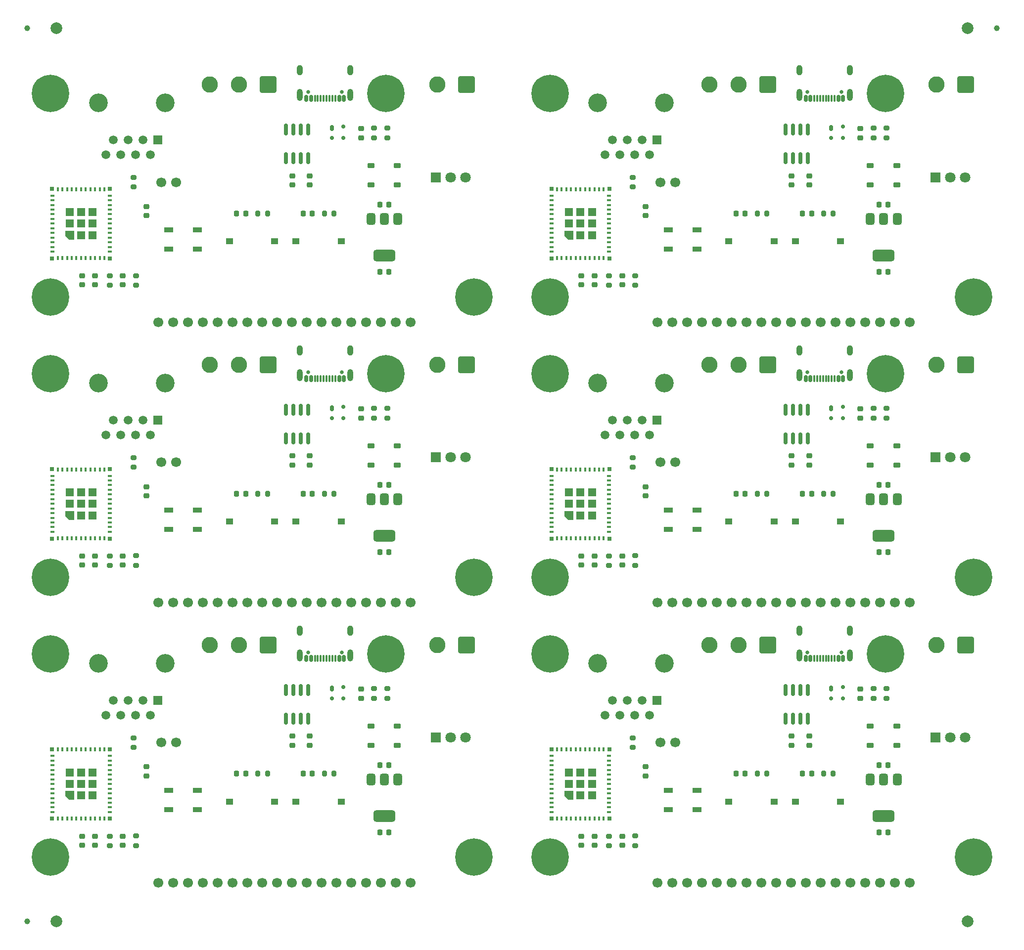
<source format=gbr>
%TF.GenerationSoftware,KiCad,Pcbnew,9.0.4*%
%TF.CreationDate,2025-09-14T05:29:25-04:00*%
%TF.ProjectId,HabitatCAN Dev Board (ESP32) - Panel,48616269-7461-4744-9341-4e2044657620,3*%
%TF.SameCoordinates,Original*%
%TF.FileFunction,Soldermask,Top*%
%TF.FilePolarity,Negative*%
%FSLAX46Y46*%
G04 Gerber Fmt 4.6, Leading zero omitted, Abs format (unit mm)*
G04 Created by KiCad (PCBNEW 9.0.4) date 2025-09-14 05:29:25*
%MOMM*%
%LPD*%
G01*
G04 APERTURE LIST*
G04 Aperture macros list*
%AMRoundRect*
0 Rectangle with rounded corners*
0 $1 Rounding radius*
0 $2 $3 $4 $5 $6 $7 $8 $9 X,Y pos of 4 corners*
0 Add a 4 corners polygon primitive as box body*
4,1,4,$2,$3,$4,$5,$6,$7,$8,$9,$2,$3,0*
0 Add four circle primitives for the rounded corners*
1,1,$1+$1,$2,$3*
1,1,$1+$1,$4,$5*
1,1,$1+$1,$6,$7*
1,1,$1+$1,$8,$9*
0 Add four rect primitives between the rounded corners*
20,1,$1+$1,$2,$3,$4,$5,0*
20,1,$1+$1,$4,$5,$6,$7,0*
20,1,$1+$1,$6,$7,$8,$9,0*
20,1,$1+$1,$8,$9,$2,$3,0*%
%AMFreePoly0*
4,1,6,0.725000,-0.725000,-0.725000,-0.725000,-0.725000,0.125000,-0.125000,0.725000,0.725000,0.725000,0.725000,-0.725000,0.725000,-0.725000,$1*%
G04 Aperture macros list end*
%ADD10RoundRect,0.225000X-0.225000X-0.250000X0.225000X-0.250000X0.225000X0.250000X-0.225000X0.250000X0*%
%ADD11RoundRect,0.090000X-0.660000X-0.360000X0.660000X-0.360000X0.660000X0.360000X-0.660000X0.360000X0*%
%ADD12RoundRect,0.200000X0.275000X-0.200000X0.275000X0.200000X-0.275000X0.200000X-0.275000X-0.200000X0*%
%ADD13RoundRect,0.250001X1.149999X1.149999X-1.149999X1.149999X-1.149999X-1.149999X1.149999X-1.149999X0*%
%ADD14C,2.800000*%
%ADD15RoundRect,0.225000X0.250000X-0.225000X0.250000X0.225000X-0.250000X0.225000X-0.250000X-0.225000X0*%
%ADD16RoundRect,0.175000X-0.175000X-0.325000X0.175000X-0.325000X0.175000X0.325000X-0.175000X0.325000X0*%
%ADD17RoundRect,0.150000X-0.200000X-0.150000X0.200000X-0.150000X0.200000X0.150000X-0.200000X0.150000X0*%
%ADD18C,0.800000*%
%ADD19C,6.400000*%
%ADD20RoundRect,0.375000X-0.375000X0.625000X-0.375000X-0.625000X0.375000X-0.625000X0.375000X0.625000X0*%
%ADD21RoundRect,0.500000X-1.400000X0.500000X-1.400000X-0.500000X1.400000X-0.500000X1.400000X0.500000X0*%
%ADD22RoundRect,0.225000X-0.250000X0.225000X-0.250000X-0.225000X0.250000X-0.225000X0.250000X0.225000X0*%
%ADD23C,1.700000*%
%ADD24C,2.000000*%
%ADD25R,1.250000X1.000000*%
%ADD26RoundRect,0.200000X-0.200000X-0.275000X0.200000X-0.275000X0.200000X0.275000X-0.200000X0.275000X0*%
%ADD27R,0.400000X0.800000*%
%ADD28R,0.800000X0.400000*%
%ADD29FreePoly0,90.000000*%
%ADD30R,1.450000X1.450000*%
%ADD31R,0.700000X0.700000*%
%ADD32C,0.650000*%
%ADD33RoundRect,0.150000X0.150000X0.425000X-0.150000X0.425000X-0.150000X-0.425000X0.150000X-0.425000X0*%
%ADD34RoundRect,0.075000X0.075000X0.500000X-0.075000X0.500000X-0.075000X-0.500000X0.075000X-0.500000X0*%
%ADD35O,1.000000X2.100000*%
%ADD36O,1.000000X1.800000*%
%ADD37C,1.000000*%
%ADD38RoundRect,0.225000X0.375000X-0.225000X0.375000X0.225000X-0.375000X0.225000X-0.375000X-0.225000X0*%
%ADD39R,1.800000X1.800000*%
%ADD40C,1.800000*%
%ADD41RoundRect,0.150000X0.150000X-0.825000X0.150000X0.825000X-0.150000X0.825000X-0.150000X-0.825000X0*%
%ADD42C,3.200000*%
%ADD43R,1.500000X1.500000*%
%ADD44C,1.500000*%
G04 APERTURE END LIST*
D10*
%TO.C,C1*%
X178025001Y-102192560D03*
X179575001Y-102192560D03*
%TD*%
D11*
%TO.C,LED1*%
X80977743Y-153018814D03*
X80977743Y-156318814D03*
X85877743Y-156318814D03*
X85877743Y-153018814D03*
%TD*%
D12*
%TO.C,R5*%
X75350243Y-114502560D03*
X75350243Y-112852560D03*
%TD*%
D13*
%TO.C,J2*%
X183455001Y-80102560D03*
D14*
X178455001Y-80102560D03*
X173455001Y-80102560D03*
%TD*%
D15*
%TO.C,C11*%
X190555001Y-49302556D03*
X190555001Y-47752556D03*
%TD*%
D13*
%TO.C,J2*%
X98000243Y-128102564D03*
D14*
X93000243Y-128102564D03*
X88000243Y-128102564D03*
%TD*%
D16*
%TO.C,D1*%
X194304988Y-39552556D03*
D17*
X194304988Y-41252556D03*
X196304988Y-41252556D03*
X196304988Y-39352556D03*
%TD*%
D15*
%TO.C,C7*%
X199304988Y-41252556D03*
X199304988Y-39702556D03*
%TD*%
D18*
%TO.C,H2*%
X58345243Y-164500508D03*
X59048187Y-162803452D03*
X59048187Y-166197564D03*
X60745243Y-162100508D03*
D19*
X60745243Y-164500508D03*
D18*
X60745243Y-166900508D03*
X62442299Y-162803452D03*
X62442299Y-166197564D03*
X63145243Y-164500508D03*
%TD*%
D20*
%TO.C,U2*%
X205628220Y-103142560D03*
X203328220Y-103142560D03*
D21*
X203328220Y-109442560D03*
D20*
X201028220Y-103142560D03*
%TD*%
D22*
%TO.C,C5*%
X151555001Y-64892556D03*
X151555001Y-66442556D03*
%TD*%
D18*
%TO.C,H3*%
X216254759Y-68500500D03*
X216957703Y-66803444D03*
X216957703Y-70197556D03*
X218654759Y-66100500D03*
D19*
X218654759Y-68500500D03*
D18*
X218654759Y-70900500D03*
X220351815Y-66803444D03*
X220351815Y-70197556D03*
X221054759Y-68500500D03*
%TD*%
D22*
%TO.C,C5*%
X66100243Y-112892560D03*
X66100243Y-114442560D03*
%TD*%
D18*
%TO.C,H4*%
X201205001Y-33649612D03*
X201907945Y-31952556D03*
X201907945Y-35346668D03*
X203605001Y-31249612D03*
D19*
X203605001Y-33649612D03*
D18*
X203605001Y-36049612D03*
X205302057Y-31952556D03*
X205302057Y-35346668D03*
X206005001Y-33649612D03*
%TD*%
D10*
%TO.C,C1*%
X92570243Y-54192556D03*
X94120243Y-54192556D03*
%TD*%
%TO.C,C2*%
X189427501Y-102192560D03*
X190977501Y-102192560D03*
%TD*%
D23*
%TO.C,JP1*%
X167665445Y-48847556D03*
X165125445Y-48847556D03*
%TD*%
D24*
%TO.C,KiKit_TO_2*%
X217654758Y-22500000D03*
%TD*%
D25*
%TO.C,SW2*%
X102725243Y-106942560D03*
X110475243Y-106942560D03*
%TD*%
D12*
%TO.C,R4*%
X70850243Y-66542556D03*
X70850243Y-64892556D03*
%TD*%
D15*
%TO.C,C11*%
X105100243Y-145302564D03*
X105100243Y-143752564D03*
%TD*%
D18*
%TO.C,H3*%
X216254759Y-164500508D03*
X216957703Y-162803452D03*
X216957703Y-166197564D03*
X218654759Y-162100508D03*
D19*
X218654759Y-164500508D03*
D18*
X218654759Y-166900508D03*
X220351815Y-162803452D03*
X220351815Y-166197564D03*
X221054759Y-164500508D03*
%TD*%
%TO.C,H3*%
X130800001Y-68500500D03*
X131502945Y-66803444D03*
X131502945Y-70197556D03*
X133200001Y-66100500D03*
D19*
X133200001Y-68500500D03*
D18*
X133200001Y-70900500D03*
X134897057Y-66803444D03*
X134897057Y-70197556D03*
X135600001Y-68500500D03*
%TD*%
D26*
%TO.C,R1*%
X181675001Y-102192560D03*
X183325001Y-102192560D03*
%TD*%
D10*
%TO.C,C9*%
X202528220Y-160192564D03*
X204078220Y-160192564D03*
%TD*%
%TO.C,C9*%
X117073462Y-112192560D03*
X118623462Y-112192560D03*
%TD*%
D12*
%TO.C,R2*%
X74903187Y-97672560D03*
X74903187Y-96022560D03*
%TD*%
D27*
%TO.C,U1*%
X61950243Y-61842556D03*
X62750243Y-61842556D03*
X63550243Y-61842556D03*
X64350243Y-61842556D03*
X65150243Y-61842556D03*
X65950243Y-61842556D03*
X66750243Y-61842556D03*
X67550243Y-61842556D03*
X68350243Y-61842556D03*
X69150243Y-61842556D03*
X69950243Y-61842556D03*
D28*
X70850243Y-60742556D03*
X70850243Y-59942556D03*
X70850243Y-59142556D03*
X70850243Y-58342556D03*
X70850243Y-57542556D03*
X70850243Y-56742556D03*
X70850243Y-55942556D03*
X70850243Y-55142556D03*
X70850243Y-54342556D03*
X70850243Y-53542556D03*
X70850243Y-52742556D03*
X70850243Y-51942556D03*
X70850243Y-51142556D03*
D27*
X69950243Y-50042556D03*
X69150243Y-50042556D03*
X68350243Y-50042556D03*
X67550243Y-50042556D03*
X66750243Y-50042556D03*
X65950243Y-50042556D03*
X65150243Y-50042556D03*
X64350243Y-50042556D03*
X63550243Y-50042556D03*
X62750243Y-50042556D03*
X61950243Y-50042556D03*
D28*
X61050243Y-51142556D03*
X61050243Y-51942556D03*
X61050243Y-52742556D03*
X61050243Y-53542556D03*
X61050243Y-54342556D03*
X61050243Y-55142556D03*
X61050243Y-55942556D03*
X61050243Y-56742556D03*
X61050243Y-57542556D03*
X61050243Y-58342556D03*
X61050243Y-59142556D03*
X61050243Y-59942556D03*
X61050243Y-60742556D03*
D29*
X63975243Y-57917556D03*
D30*
X65950243Y-57917556D03*
X67925243Y-57917556D03*
X63975243Y-55942556D03*
X65950243Y-55942556D03*
X67925243Y-55942556D03*
X63975243Y-53967556D03*
X65950243Y-53967556D03*
X67925243Y-53967556D03*
D31*
X61000243Y-49992556D03*
X70900243Y-49992556D03*
X70900243Y-61892556D03*
X61000243Y-61892556D03*
%TD*%
D32*
%TO.C,J5*%
X196063221Y-33385658D03*
X190283221Y-33385658D03*
D33*
X196373221Y-34460658D03*
X195573221Y-34460658D03*
D34*
X194423221Y-34460658D03*
X193423221Y-34460658D03*
X192923221Y-34460658D03*
X191923221Y-34460658D03*
D33*
X190773221Y-34460658D03*
X189973221Y-34460658D03*
X189973221Y-34460658D03*
X190773221Y-34460658D03*
D34*
X191423221Y-34460658D03*
X192423221Y-34460658D03*
X193923221Y-34460658D03*
X194923221Y-34460658D03*
D33*
X195573221Y-34460658D03*
X196373221Y-34460658D03*
D35*
X197493221Y-33885658D03*
D36*
X197493221Y-29705658D03*
D35*
X188853221Y-33885658D03*
D36*
X188853221Y-29705658D03*
%TD*%
D11*
%TO.C,LED1*%
X166432501Y-153018814D03*
X166432501Y-156318814D03*
X171332501Y-156318814D03*
X171332501Y-153018814D03*
%TD*%
D18*
%TO.C,H3*%
X130800001Y-116500504D03*
X131502945Y-114803448D03*
X131502945Y-118197560D03*
X133200001Y-114100504D03*
D19*
X133200001Y-116500504D03*
D18*
X133200001Y-118900504D03*
X134897057Y-114803448D03*
X134897057Y-118197560D03*
X135600001Y-116500504D03*
%TD*%
D12*
%TO.C,R4*%
X70850243Y-162542564D03*
X70850243Y-160892564D03*
%TD*%
D22*
%TO.C,C6*%
X68350243Y-160892564D03*
X68350243Y-162442564D03*
%TD*%
D26*
%TO.C,R1*%
X181675001Y-150192564D03*
X183325001Y-150192564D03*
%TD*%
D37*
%TO.C,KiKit_FID_T_3*%
X56745243Y-175501511D03*
%TD*%
D38*
%TO.C,D2*%
X115561471Y-49314702D03*
X115561471Y-46014702D03*
%TD*%
D39*
%TO.C,U4*%
X212147248Y-48002556D03*
D40*
X214687248Y-48002556D03*
X217227248Y-48002556D03*
%TD*%
D41*
%TO.C,U3*%
X101040243Y-44752556D03*
X102310243Y-44752556D03*
X103580243Y-44752556D03*
X104850243Y-44752556D03*
X104850243Y-39802556D03*
X103580243Y-39802556D03*
X102310243Y-39802556D03*
X101040243Y-39802556D03*
%TD*%
D12*
%TO.C,R4*%
X156305001Y-66542556D03*
X156305001Y-64892556D03*
%TD*%
D25*
%TO.C,SW2*%
X188180001Y-106942560D03*
X195930001Y-106942560D03*
%TD*%
D26*
%TO.C,R3*%
X193027501Y-102192560D03*
X194677501Y-102192560D03*
%TD*%
%TO.C,R3*%
X107572743Y-102192560D03*
X109222743Y-102192560D03*
%TD*%
D22*
%TO.C,C6*%
X68350243Y-112892560D03*
X68350243Y-114442560D03*
%TD*%
D27*
%TO.C,U1*%
X147405001Y-61842556D03*
X148205001Y-61842556D03*
X149005001Y-61842556D03*
X149805001Y-61842556D03*
X150605001Y-61842556D03*
X151405001Y-61842556D03*
X152205001Y-61842556D03*
X153005001Y-61842556D03*
X153805001Y-61842556D03*
X154605001Y-61842556D03*
X155405001Y-61842556D03*
D28*
X156305001Y-60742556D03*
X156305001Y-59942556D03*
X156305001Y-59142556D03*
X156305001Y-58342556D03*
X156305001Y-57542556D03*
X156305001Y-56742556D03*
X156305001Y-55942556D03*
X156305001Y-55142556D03*
X156305001Y-54342556D03*
X156305001Y-53542556D03*
X156305001Y-52742556D03*
X156305001Y-51942556D03*
X156305001Y-51142556D03*
D27*
X155405001Y-50042556D03*
X154605001Y-50042556D03*
X153805001Y-50042556D03*
X153005001Y-50042556D03*
X152205001Y-50042556D03*
X151405001Y-50042556D03*
X150605001Y-50042556D03*
X149805001Y-50042556D03*
X149005001Y-50042556D03*
X148205001Y-50042556D03*
X147405001Y-50042556D03*
D28*
X146505001Y-51142556D03*
X146505001Y-51942556D03*
X146505001Y-52742556D03*
X146505001Y-53542556D03*
X146505001Y-54342556D03*
X146505001Y-55142556D03*
X146505001Y-55942556D03*
X146505001Y-56742556D03*
X146505001Y-57542556D03*
X146505001Y-58342556D03*
X146505001Y-59142556D03*
X146505001Y-59942556D03*
X146505001Y-60742556D03*
D29*
X149430001Y-57917556D03*
D30*
X151405001Y-57917556D03*
X153380001Y-57917556D03*
X149430001Y-55942556D03*
X151405001Y-55942556D03*
X153380001Y-55942556D03*
X149430001Y-53967556D03*
X151405001Y-53967556D03*
X153380001Y-53967556D03*
D31*
X146455001Y-49992556D03*
X156355001Y-49992556D03*
X156355001Y-61892556D03*
X146455001Y-61892556D03*
%TD*%
D23*
%TO.C,JP1*%
X167665445Y-144847564D03*
X165125445Y-144847564D03*
%TD*%
D20*
%TO.C,U2*%
X205628220Y-55142556D03*
X203328220Y-55142556D03*
D21*
X203328220Y-61442556D03*
D20*
X201028220Y-55142556D03*
%TD*%
D10*
%TO.C,C1*%
X178025001Y-54192556D03*
X179575001Y-54192556D03*
%TD*%
%TO.C,C8*%
X202528220Y-100692560D03*
X204078220Y-100692560D03*
%TD*%
D22*
%TO.C,C3*%
X162555001Y-53002556D03*
X162555001Y-54552556D03*
%TD*%
D41*
%TO.C,U3*%
X101040243Y-92752560D03*
X102310243Y-92752560D03*
X103580243Y-92752560D03*
X104850243Y-92752560D03*
X104850243Y-87802560D03*
X103580243Y-87802560D03*
X102310243Y-87802560D03*
X101040243Y-87802560D03*
%TD*%
D39*
%TO.C,U4*%
X126692490Y-96002560D03*
D40*
X129232490Y-96002560D03*
X131772490Y-96002560D03*
%TD*%
D18*
%TO.C,H1*%
X143800001Y-33650500D03*
X144502945Y-31953444D03*
X144502945Y-35347556D03*
X146200001Y-31250500D03*
D19*
X146200001Y-33650500D03*
D18*
X146200001Y-36050500D03*
X147897057Y-31953444D03*
X147897057Y-35347556D03*
X148600001Y-33650500D03*
%TD*%
D42*
%TO.C,J3*%
X165817945Y-131270976D03*
X154387945Y-131270976D03*
D43*
X164547945Y-137620976D03*
D44*
X163277945Y-140160976D03*
X162007945Y-137620976D03*
X160737945Y-140160976D03*
X159467945Y-137620976D03*
X158197945Y-140160976D03*
X156927945Y-137620976D03*
X155657945Y-140160976D03*
%TD*%
D26*
%TO.C,R1*%
X96220243Y-102192560D03*
X97870243Y-102192560D03*
%TD*%
D25*
%TO.C,SW1*%
X91347743Y-106942560D03*
X99097743Y-106942560D03*
%TD*%
D23*
%TO.C,J1*%
X164615001Y-168847564D03*
X167155001Y-168847564D03*
X169695001Y-168847564D03*
X172235001Y-168847564D03*
X174775001Y-168847564D03*
X177315001Y-168847564D03*
X179855001Y-168847564D03*
X182395001Y-168847564D03*
X184935001Y-168847564D03*
X187475001Y-168847564D03*
X190015001Y-168847564D03*
X192555001Y-168847564D03*
X195095001Y-168847564D03*
X197635001Y-168847564D03*
X200175001Y-168847564D03*
X202715001Y-168847564D03*
X205255001Y-168847564D03*
X207795001Y-168847564D03*
%TD*%
D27*
%TO.C,U1*%
X147405001Y-109842560D03*
X148205001Y-109842560D03*
X149005001Y-109842560D03*
X149805001Y-109842560D03*
X150605001Y-109842560D03*
X151405001Y-109842560D03*
X152205001Y-109842560D03*
X153005001Y-109842560D03*
X153805001Y-109842560D03*
X154605001Y-109842560D03*
X155405001Y-109842560D03*
D28*
X156305001Y-108742560D03*
X156305001Y-107942560D03*
X156305001Y-107142560D03*
X156305001Y-106342560D03*
X156305001Y-105542560D03*
X156305001Y-104742560D03*
X156305001Y-103942560D03*
X156305001Y-103142560D03*
X156305001Y-102342560D03*
X156305001Y-101542560D03*
X156305001Y-100742560D03*
X156305001Y-99942560D03*
X156305001Y-99142560D03*
D27*
X155405001Y-98042560D03*
X154605001Y-98042560D03*
X153805001Y-98042560D03*
X153005001Y-98042560D03*
X152205001Y-98042560D03*
X151405001Y-98042560D03*
X150605001Y-98042560D03*
X149805001Y-98042560D03*
X149005001Y-98042560D03*
X148205001Y-98042560D03*
X147405001Y-98042560D03*
D28*
X146505001Y-99142560D03*
X146505001Y-99942560D03*
X146505001Y-100742560D03*
X146505001Y-101542560D03*
X146505001Y-102342560D03*
X146505001Y-103142560D03*
X146505001Y-103942560D03*
X146505001Y-104742560D03*
X146505001Y-105542560D03*
X146505001Y-106342560D03*
X146505001Y-107142560D03*
X146505001Y-107942560D03*
X146505001Y-108742560D03*
D29*
X149430001Y-105917560D03*
D30*
X151405001Y-105917560D03*
X153380001Y-105917560D03*
X149430001Y-103942560D03*
X151405001Y-103942560D03*
X153380001Y-103942560D03*
X149430001Y-101967560D03*
X151405001Y-101967560D03*
X153380001Y-101967560D03*
D31*
X146455001Y-97992560D03*
X156355001Y-97992560D03*
X156355001Y-109892560D03*
X146455001Y-109892560D03*
%TD*%
D13*
%TO.C,J4*%
X131900243Y-128102564D03*
D14*
X126900243Y-128102564D03*
%TD*%
D12*
%TO.C,R7*%
X203805001Y-137252564D03*
X203805001Y-135602564D03*
%TD*%
D39*
%TO.C,U4*%
X126692490Y-48002556D03*
D40*
X129232490Y-48002556D03*
X131772490Y-48002556D03*
%TD*%
D23*
%TO.C,J1*%
X79160243Y-120847560D03*
X81700243Y-120847560D03*
X84240243Y-120847560D03*
X86780243Y-120847560D03*
X89320243Y-120847560D03*
X91860243Y-120847560D03*
X94400243Y-120847560D03*
X96940243Y-120847560D03*
X99480243Y-120847560D03*
X102020243Y-120847560D03*
X104560243Y-120847560D03*
X107100243Y-120847560D03*
X109640243Y-120847560D03*
X112180243Y-120847560D03*
X114720243Y-120847560D03*
X117260243Y-120847560D03*
X119800243Y-120847560D03*
X122340243Y-120847560D03*
%TD*%
D12*
%TO.C,R4*%
X70850243Y-114542560D03*
X70850243Y-112892560D03*
%TD*%
D16*
%TO.C,D1*%
X108850230Y-87552560D03*
D17*
X108850230Y-89252560D03*
X110850230Y-89252560D03*
X110850230Y-87352560D03*
%TD*%
D15*
%TO.C,C10*%
X187555001Y-97302560D03*
X187555001Y-95752560D03*
%TD*%
D25*
%TO.C,SW2*%
X188180001Y-58942556D03*
X195930001Y-58942556D03*
%TD*%
D10*
%TO.C,C1*%
X92570243Y-102192560D03*
X94120243Y-102192560D03*
%TD*%
D15*
%TO.C,C11*%
X105100243Y-49302556D03*
X105100243Y-47752556D03*
%TD*%
D18*
%TO.C,H2*%
X143800001Y-68500500D03*
X144502945Y-66803444D03*
X144502945Y-70197556D03*
X146200001Y-66100500D03*
D19*
X146200001Y-68500500D03*
D18*
X146200001Y-70900500D03*
X147897057Y-66803444D03*
X147897057Y-70197556D03*
X148600001Y-68500500D03*
%TD*%
D25*
%TO.C,SW1*%
X91347743Y-154942564D03*
X99097743Y-154942564D03*
%TD*%
D32*
%TO.C,J5*%
X110608463Y-33385658D03*
X104828463Y-33385658D03*
D33*
X110918463Y-34460658D03*
X110118463Y-34460658D03*
D34*
X108968463Y-34460658D03*
X107968463Y-34460658D03*
X107468463Y-34460658D03*
X106468463Y-34460658D03*
D33*
X105318463Y-34460658D03*
X104518463Y-34460658D03*
X104518463Y-34460658D03*
X105318463Y-34460658D03*
D34*
X105968463Y-34460658D03*
X106968463Y-34460658D03*
X108468463Y-34460658D03*
X109468463Y-34460658D03*
D33*
X110118463Y-34460658D03*
X110918463Y-34460658D03*
D35*
X112038463Y-33885658D03*
D36*
X112038463Y-29705658D03*
D35*
X103398463Y-33885658D03*
D36*
X103398463Y-29705658D03*
%TD*%
D38*
%TO.C,D2*%
X115561471Y-145314710D03*
X115561471Y-142014710D03*
%TD*%
D24*
%TO.C,KiKit_TO_4*%
X217654758Y-175501511D03*
%TD*%
D23*
%TO.C,J1*%
X164615001Y-120847560D03*
X167155001Y-120847560D03*
X169695001Y-120847560D03*
X172235001Y-120847560D03*
X174775001Y-120847560D03*
X177315001Y-120847560D03*
X179855001Y-120847560D03*
X182395001Y-120847560D03*
X184935001Y-120847560D03*
X187475001Y-120847560D03*
X190015001Y-120847560D03*
X192555001Y-120847560D03*
X195095001Y-120847560D03*
X197635001Y-120847560D03*
X200175001Y-120847560D03*
X202715001Y-120847560D03*
X205255001Y-120847560D03*
X207795001Y-120847560D03*
%TD*%
D12*
%TO.C,R2*%
X74903187Y-49672556D03*
X74903187Y-48022556D03*
%TD*%
D16*
%TO.C,D1*%
X194304988Y-87552560D03*
D17*
X194304988Y-89252560D03*
X196304988Y-89252560D03*
X196304988Y-87352560D03*
%TD*%
D38*
%TO.C,D2*%
X201016229Y-145314710D03*
X201016229Y-142014710D03*
%TD*%
D12*
%TO.C,R6*%
X201555001Y-41252556D03*
X201555001Y-39602556D03*
%TD*%
D22*
%TO.C,C6*%
X153805001Y-160892564D03*
X153805001Y-162442564D03*
%TD*%
D42*
%TO.C,J3*%
X80363187Y-35270968D03*
X68933187Y-35270968D03*
D43*
X79093187Y-41620968D03*
D44*
X77823187Y-44160968D03*
X76553187Y-41620968D03*
X75283187Y-44160968D03*
X74013187Y-41620968D03*
X72743187Y-44160968D03*
X71473187Y-41620968D03*
X70203187Y-44160968D03*
%TD*%
D18*
%TO.C,H1*%
X58345243Y-81650504D03*
X59048187Y-79953448D03*
X59048187Y-83347560D03*
X60745243Y-79250504D03*
D19*
X60745243Y-81650504D03*
D18*
X60745243Y-84050504D03*
X62442299Y-79953448D03*
X62442299Y-83347560D03*
X63145243Y-81650504D03*
%TD*%
D12*
%TO.C,R6*%
X116100243Y-89252560D03*
X116100243Y-87602560D03*
%TD*%
D22*
%TO.C,C3*%
X162555001Y-101002560D03*
X162555001Y-102552560D03*
%TD*%
D38*
%TO.C,D3*%
X205555001Y-97314706D03*
X205555001Y-94014706D03*
%TD*%
D10*
%TO.C,C2*%
X103972743Y-150192564D03*
X105522743Y-150192564D03*
%TD*%
D38*
%TO.C,D3*%
X205555001Y-49314702D03*
X205555001Y-46014702D03*
%TD*%
D15*
%TO.C,C10*%
X102100243Y-97302560D03*
X102100243Y-95752560D03*
%TD*%
%TO.C,C4*%
X158555001Y-114442560D03*
X158555001Y-112892560D03*
%TD*%
D12*
%TO.C,R5*%
X160805001Y-114502560D03*
X160805001Y-112852560D03*
%TD*%
D39*
%TO.C,U4*%
X212147248Y-96002560D03*
D40*
X214687248Y-96002560D03*
X217227248Y-96002560D03*
%TD*%
D26*
%TO.C,R1*%
X181675001Y-54192556D03*
X183325001Y-54192556D03*
%TD*%
D18*
%TO.C,H1*%
X58345243Y-33650500D03*
X59048187Y-31953444D03*
X59048187Y-35347556D03*
X60745243Y-31250500D03*
D19*
X60745243Y-33650500D03*
D18*
X60745243Y-36050500D03*
X62442299Y-31953444D03*
X62442299Y-35347556D03*
X63145243Y-33650500D03*
%TD*%
D11*
%TO.C,LED1*%
X166432501Y-105018810D03*
X166432501Y-108318810D03*
X171332501Y-108318810D03*
X171332501Y-105018810D03*
%TD*%
D26*
%TO.C,R1*%
X96220243Y-54192556D03*
X97870243Y-54192556D03*
%TD*%
D13*
%TO.C,J4*%
X131900243Y-32102556D03*
D14*
X126900243Y-32102556D03*
%TD*%
D10*
%TO.C,C8*%
X117073462Y-52692556D03*
X118623462Y-52692556D03*
%TD*%
D12*
%TO.C,R7*%
X118350243Y-137252564D03*
X118350243Y-135602564D03*
%TD*%
D38*
%TO.C,D3*%
X120100243Y-97314706D03*
X120100243Y-94014706D03*
%TD*%
D12*
%TO.C,R2*%
X160357945Y-145672564D03*
X160357945Y-144022564D03*
%TD*%
%TO.C,R2*%
X160357945Y-49672556D03*
X160357945Y-48022556D03*
%TD*%
D41*
%TO.C,U3*%
X186495001Y-140752564D03*
X187765001Y-140752564D03*
X189035001Y-140752564D03*
X190305001Y-140752564D03*
X190305001Y-135802564D03*
X189035001Y-135802564D03*
X187765001Y-135802564D03*
X186495001Y-135802564D03*
%TD*%
D24*
%TO.C,KiKit_TO_1*%
X61745243Y-22500000D03*
%TD*%
D12*
%TO.C,R7*%
X118350243Y-89252560D03*
X118350243Y-87602560D03*
%TD*%
D20*
%TO.C,U2*%
X205628220Y-151142564D03*
X203328220Y-151142564D03*
D21*
X203328220Y-157442564D03*
D20*
X201028220Y-151142564D03*
%TD*%
D12*
%TO.C,R6*%
X201555001Y-89252560D03*
X201555001Y-87602560D03*
%TD*%
D10*
%TO.C,C2*%
X103972743Y-54192556D03*
X105522743Y-54192556D03*
%TD*%
%TO.C,C2*%
X189427501Y-150192564D03*
X190977501Y-150192564D03*
%TD*%
D13*
%TO.C,J2*%
X183455001Y-32102556D03*
D14*
X178455001Y-32102556D03*
X173455001Y-32102556D03*
%TD*%
D10*
%TO.C,C8*%
X117073462Y-148692564D03*
X118623462Y-148692564D03*
%TD*%
D41*
%TO.C,U3*%
X186495001Y-92752560D03*
X187765001Y-92752560D03*
X189035001Y-92752560D03*
X190305001Y-92752560D03*
X190305001Y-87802560D03*
X189035001Y-87802560D03*
X187765001Y-87802560D03*
X186495001Y-87802560D03*
%TD*%
D25*
%TO.C,SW2*%
X102725243Y-58942556D03*
X110475243Y-58942556D03*
%TD*%
D38*
%TO.C,D3*%
X205555001Y-145314710D03*
X205555001Y-142014710D03*
%TD*%
D13*
%TO.C,J4*%
X217355001Y-80102560D03*
D14*
X212355001Y-80102560D03*
%TD*%
D18*
%TO.C,H2*%
X143800001Y-164500508D03*
X144502945Y-162803452D03*
X144502945Y-166197564D03*
X146200001Y-162100508D03*
D19*
X146200001Y-164500508D03*
D18*
X146200001Y-166900508D03*
X147897057Y-162803452D03*
X147897057Y-166197564D03*
X148600001Y-164500508D03*
%TD*%
D13*
%TO.C,J4*%
X217355001Y-32102556D03*
D14*
X212355001Y-32102556D03*
%TD*%
D25*
%TO.C,SW2*%
X102725243Y-154942564D03*
X110475243Y-154942564D03*
%TD*%
D15*
%TO.C,C10*%
X187555001Y-145302564D03*
X187555001Y-143752564D03*
%TD*%
D20*
%TO.C,U2*%
X120173462Y-103142560D03*
X117873462Y-103142560D03*
D21*
X117873462Y-109442560D03*
D20*
X115573462Y-103142560D03*
%TD*%
D11*
%TO.C,LED1*%
X80977743Y-57018806D03*
X80977743Y-60318806D03*
X85877743Y-60318806D03*
X85877743Y-57018806D03*
%TD*%
D22*
%TO.C,C6*%
X153805001Y-64892556D03*
X153805001Y-66442556D03*
%TD*%
D15*
%TO.C,C7*%
X113850230Y-137252564D03*
X113850230Y-135702564D03*
%TD*%
D20*
%TO.C,U2*%
X120173462Y-151142564D03*
X117873462Y-151142564D03*
D21*
X117873462Y-157442564D03*
D20*
X115573462Y-151142564D03*
%TD*%
D22*
%TO.C,C5*%
X151555001Y-112892560D03*
X151555001Y-114442560D03*
%TD*%
D15*
%TO.C,C10*%
X102100243Y-145302564D03*
X102100243Y-143752564D03*
%TD*%
D22*
%TO.C,C6*%
X153805001Y-112892560D03*
X153805001Y-114442560D03*
%TD*%
%TO.C,C3*%
X162555001Y-149002564D03*
X162555001Y-150552564D03*
%TD*%
D39*
%TO.C,U4*%
X126692490Y-144002564D03*
D40*
X129232490Y-144002564D03*
X131772490Y-144002564D03*
%TD*%
D15*
%TO.C,C4*%
X73100243Y-162442564D03*
X73100243Y-160892564D03*
%TD*%
D12*
%TO.C,R6*%
X201555001Y-137252564D03*
X201555001Y-135602564D03*
%TD*%
D23*
%TO.C,JP1*%
X167665445Y-96847560D03*
X165125445Y-96847560D03*
%TD*%
D10*
%TO.C,C9*%
X117073462Y-64192556D03*
X118623462Y-64192556D03*
%TD*%
D11*
%TO.C,LED1*%
X166432501Y-57018806D03*
X166432501Y-60318806D03*
X171332501Y-60318806D03*
X171332501Y-57018806D03*
%TD*%
D12*
%TO.C,R2*%
X74903187Y-145672564D03*
X74903187Y-144022564D03*
%TD*%
D13*
%TO.C,J4*%
X217355001Y-128102564D03*
D14*
X212355001Y-128102564D03*
%TD*%
D16*
%TO.C,D1*%
X194304988Y-135552564D03*
D17*
X194304988Y-137252564D03*
X196304988Y-137252564D03*
X196304988Y-135352564D03*
%TD*%
D18*
%TO.C,H4*%
X115750243Y-33649612D03*
X116453187Y-31952556D03*
X116453187Y-35346668D03*
X118150243Y-31249612D03*
D19*
X118150243Y-33649612D03*
D18*
X118150243Y-36049612D03*
X119847299Y-31952556D03*
X119847299Y-35346668D03*
X120550243Y-33649612D03*
%TD*%
D41*
%TO.C,U3*%
X101040243Y-140752564D03*
X102310243Y-140752564D03*
X103580243Y-140752564D03*
X104850243Y-140752564D03*
X104850243Y-135802564D03*
X103580243Y-135802564D03*
X102310243Y-135802564D03*
X101040243Y-135802564D03*
%TD*%
D18*
%TO.C,H2*%
X143800001Y-116500504D03*
X144502945Y-114803448D03*
X144502945Y-118197560D03*
X146200001Y-114100504D03*
D19*
X146200001Y-116500504D03*
D18*
X146200001Y-118900504D03*
X147897057Y-114803448D03*
X147897057Y-118197560D03*
X148600001Y-116500504D03*
%TD*%
D22*
%TO.C,C3*%
X77100243Y-101002560D03*
X77100243Y-102552560D03*
%TD*%
D12*
%TO.C,R6*%
X116100243Y-137252564D03*
X116100243Y-135602564D03*
%TD*%
D15*
%TO.C,C4*%
X158555001Y-162442564D03*
X158555001Y-160892564D03*
%TD*%
D38*
%TO.C,D3*%
X120100243Y-49314702D03*
X120100243Y-46014702D03*
%TD*%
D32*
%TO.C,J5*%
X196063221Y-129385666D03*
X190283221Y-129385666D03*
D33*
X196373221Y-130460666D03*
X195573221Y-130460666D03*
D34*
X194423221Y-130460666D03*
X193423221Y-130460666D03*
X192923221Y-130460666D03*
X191923221Y-130460666D03*
D33*
X190773221Y-130460666D03*
X189973221Y-130460666D03*
X189973221Y-130460666D03*
X190773221Y-130460666D03*
D34*
X191423221Y-130460666D03*
X192423221Y-130460666D03*
X193923221Y-130460666D03*
X194923221Y-130460666D03*
D33*
X195573221Y-130460666D03*
X196373221Y-130460666D03*
D35*
X197493221Y-129885666D03*
D36*
X197493221Y-125705666D03*
D35*
X188853221Y-129885666D03*
D36*
X188853221Y-125705666D03*
%TD*%
D18*
%TO.C,H4*%
X201205001Y-81649616D03*
X201907945Y-79952560D03*
X201907945Y-83346672D03*
X203605001Y-79249616D03*
D19*
X203605001Y-81649616D03*
D18*
X203605001Y-84049616D03*
X205302057Y-79952560D03*
X205302057Y-83346672D03*
X206005001Y-81649616D03*
%TD*%
D39*
%TO.C,U4*%
X212147248Y-144002564D03*
D40*
X214687248Y-144002564D03*
X217227248Y-144002564D03*
%TD*%
D10*
%TO.C,C9*%
X117073462Y-160192564D03*
X118623462Y-160192564D03*
%TD*%
%TO.C,C9*%
X202528220Y-112192560D03*
X204078220Y-112192560D03*
%TD*%
D25*
%TO.C,SW1*%
X176802501Y-106942560D03*
X184552501Y-106942560D03*
%TD*%
D18*
%TO.C,H4*%
X115750243Y-81649616D03*
X116453187Y-79952560D03*
X116453187Y-83346672D03*
X118150243Y-79249616D03*
D19*
X118150243Y-81649616D03*
D18*
X118150243Y-84049616D03*
X119847299Y-79952560D03*
X119847299Y-83346672D03*
X120550243Y-81649616D03*
%TD*%
D26*
%TO.C,R3*%
X107572743Y-54192556D03*
X109222743Y-54192556D03*
%TD*%
D23*
%TO.C,J1*%
X79160243Y-72847556D03*
X81700243Y-72847556D03*
X84240243Y-72847556D03*
X86780243Y-72847556D03*
X89320243Y-72847556D03*
X91860243Y-72847556D03*
X94400243Y-72847556D03*
X96940243Y-72847556D03*
X99480243Y-72847556D03*
X102020243Y-72847556D03*
X104560243Y-72847556D03*
X107100243Y-72847556D03*
X109640243Y-72847556D03*
X112180243Y-72847556D03*
X114720243Y-72847556D03*
X117260243Y-72847556D03*
X119800243Y-72847556D03*
X122340243Y-72847556D03*
%TD*%
D22*
%TO.C,C5*%
X151555001Y-160892564D03*
X151555001Y-162442564D03*
%TD*%
D18*
%TO.C,H4*%
X201205001Y-129649620D03*
X201907945Y-127952564D03*
X201907945Y-131346676D03*
X203605001Y-127249620D03*
D19*
X203605001Y-129649620D03*
D18*
X203605001Y-132049620D03*
X205302057Y-127952564D03*
X205302057Y-131346676D03*
X206005001Y-129649620D03*
%TD*%
D12*
%TO.C,R5*%
X75350243Y-162502564D03*
X75350243Y-160852564D03*
%TD*%
D13*
%TO.C,J2*%
X98000243Y-32102556D03*
D14*
X93000243Y-32102556D03*
X88000243Y-32102556D03*
%TD*%
D18*
%TO.C,H1*%
X143800001Y-129650508D03*
X144502945Y-127953452D03*
X144502945Y-131347564D03*
X146200001Y-127250508D03*
D19*
X146200001Y-129650508D03*
D18*
X146200001Y-132050508D03*
X147897057Y-127953452D03*
X147897057Y-131347564D03*
X148600001Y-129650508D03*
%TD*%
D15*
%TO.C,C10*%
X102100243Y-49302556D03*
X102100243Y-47752556D03*
%TD*%
D23*
%TO.C,J1*%
X79160243Y-168847564D03*
X81700243Y-168847564D03*
X84240243Y-168847564D03*
X86780243Y-168847564D03*
X89320243Y-168847564D03*
X91860243Y-168847564D03*
X94400243Y-168847564D03*
X96940243Y-168847564D03*
X99480243Y-168847564D03*
X102020243Y-168847564D03*
X104560243Y-168847564D03*
X107100243Y-168847564D03*
X109640243Y-168847564D03*
X112180243Y-168847564D03*
X114720243Y-168847564D03*
X117260243Y-168847564D03*
X119800243Y-168847564D03*
X122340243Y-168847564D03*
%TD*%
D15*
%TO.C,C10*%
X187555001Y-49302556D03*
X187555001Y-47752556D03*
%TD*%
%TO.C,C7*%
X199304988Y-137252564D03*
X199304988Y-135702564D03*
%TD*%
D13*
%TO.C,J2*%
X183455001Y-128102564D03*
D14*
X178455001Y-128102564D03*
X173455001Y-128102564D03*
%TD*%
D41*
%TO.C,U3*%
X186495001Y-44752556D03*
X187765001Y-44752556D03*
X189035001Y-44752556D03*
X190305001Y-44752556D03*
X190305001Y-39802556D03*
X189035001Y-39802556D03*
X187765001Y-39802556D03*
X186495001Y-39802556D03*
%TD*%
D38*
%TO.C,D3*%
X120100243Y-145314710D03*
X120100243Y-142014710D03*
%TD*%
D25*
%TO.C,SW1*%
X176802501Y-154942564D03*
X184552501Y-154942564D03*
%TD*%
D15*
%TO.C,C4*%
X73100243Y-66442556D03*
X73100243Y-64892556D03*
%TD*%
D10*
%TO.C,C8*%
X202528220Y-52692556D03*
X204078220Y-52692556D03*
%TD*%
D12*
%TO.C,R5*%
X160805001Y-66502556D03*
X160805001Y-64852556D03*
%TD*%
D42*
%TO.C,J3*%
X165817945Y-83270972D03*
X154387945Y-83270972D03*
D43*
X164547945Y-89620972D03*
D44*
X163277945Y-92160972D03*
X162007945Y-89620972D03*
X160737945Y-92160972D03*
X159467945Y-89620972D03*
X158197945Y-92160972D03*
X156927945Y-89620972D03*
X155657945Y-92160972D03*
%TD*%
D38*
%TO.C,D2*%
X115561471Y-97314706D03*
X115561471Y-94014706D03*
%TD*%
D12*
%TO.C,R4*%
X156305001Y-114542560D03*
X156305001Y-112892560D03*
%TD*%
D32*
%TO.C,J5*%
X196063221Y-81385662D03*
X190283221Y-81385662D03*
D33*
X196373221Y-82460662D03*
X195573221Y-82460662D03*
D34*
X194423221Y-82460662D03*
X193423221Y-82460662D03*
X192923221Y-82460662D03*
X191923221Y-82460662D03*
D33*
X190773221Y-82460662D03*
X189973221Y-82460662D03*
X189973221Y-82460662D03*
X190773221Y-82460662D03*
D34*
X191423221Y-82460662D03*
X192423221Y-82460662D03*
X193923221Y-82460662D03*
X194923221Y-82460662D03*
D33*
X195573221Y-82460662D03*
X196373221Y-82460662D03*
D35*
X197493221Y-81885662D03*
D36*
X197493221Y-77705662D03*
D35*
X188853221Y-81885662D03*
D36*
X188853221Y-77705662D03*
%TD*%
D37*
%TO.C,KiKit_FID_T_1*%
X56745243Y-22500000D03*
%TD*%
D15*
%TO.C,C11*%
X190555001Y-97302560D03*
X190555001Y-95752560D03*
%TD*%
D18*
%TO.C,H1*%
X58345243Y-129650508D03*
X59048187Y-127953452D03*
X59048187Y-131347564D03*
X60745243Y-127250508D03*
D19*
X60745243Y-129650508D03*
D18*
X60745243Y-132050508D03*
X62442299Y-127953452D03*
X62442299Y-131347564D03*
X63145243Y-129650508D03*
%TD*%
D15*
%TO.C,C7*%
X113850230Y-89252560D03*
X113850230Y-87702560D03*
%TD*%
D20*
%TO.C,U2*%
X120173462Y-55142556D03*
X117873462Y-55142556D03*
D21*
X117873462Y-61442556D03*
D20*
X115573462Y-55142556D03*
%TD*%
D12*
%TO.C,R5*%
X160805001Y-162502564D03*
X160805001Y-160852564D03*
%TD*%
D13*
%TO.C,J4*%
X131900243Y-80102560D03*
D14*
X126900243Y-80102560D03*
%TD*%
D26*
%TO.C,R1*%
X96220243Y-150192564D03*
X97870243Y-150192564D03*
%TD*%
D15*
%TO.C,C4*%
X73100243Y-114442560D03*
X73100243Y-112892560D03*
%TD*%
D10*
%TO.C,C9*%
X202528220Y-64192556D03*
X204078220Y-64192556D03*
%TD*%
%TO.C,C8*%
X202528220Y-148692564D03*
X204078220Y-148692564D03*
%TD*%
D12*
%TO.C,R5*%
X75350243Y-66502556D03*
X75350243Y-64852556D03*
%TD*%
D22*
%TO.C,C3*%
X77100243Y-149002564D03*
X77100243Y-150552564D03*
%TD*%
D25*
%TO.C,SW1*%
X176802501Y-58942556D03*
X184552501Y-58942556D03*
%TD*%
D18*
%TO.C,H1*%
X143800001Y-81650504D03*
X144502945Y-79953448D03*
X144502945Y-83347560D03*
X146200001Y-79250504D03*
D19*
X146200001Y-81650504D03*
D18*
X146200001Y-84050504D03*
X147897057Y-79953448D03*
X147897057Y-83347560D03*
X148600001Y-81650504D03*
%TD*%
D32*
%TO.C,J5*%
X110608463Y-81385662D03*
X104828463Y-81385662D03*
D33*
X110918463Y-82460662D03*
X110118463Y-82460662D03*
D34*
X108968463Y-82460662D03*
X107968463Y-82460662D03*
X107468463Y-82460662D03*
X106468463Y-82460662D03*
D33*
X105318463Y-82460662D03*
X104518463Y-82460662D03*
X104518463Y-82460662D03*
X105318463Y-82460662D03*
D34*
X105968463Y-82460662D03*
X106968463Y-82460662D03*
X108468463Y-82460662D03*
X109468463Y-82460662D03*
D33*
X110118463Y-82460662D03*
X110918463Y-82460662D03*
D35*
X112038463Y-81885662D03*
D36*
X112038463Y-77705662D03*
D35*
X103398463Y-81885662D03*
D36*
X103398463Y-77705662D03*
%TD*%
D16*
%TO.C,D1*%
X108850230Y-39552556D03*
D17*
X108850230Y-41252556D03*
X110850230Y-41252556D03*
X110850230Y-39352556D03*
%TD*%
D37*
%TO.C,KiKit_FID_T_2*%
X222654758Y-22500000D03*
%TD*%
D22*
%TO.C,C6*%
X68350243Y-64892556D03*
X68350243Y-66442556D03*
%TD*%
D26*
%TO.C,R3*%
X193027501Y-150192564D03*
X194677501Y-150192564D03*
%TD*%
D10*
%TO.C,C2*%
X103972743Y-102192560D03*
X105522743Y-102192560D03*
%TD*%
D26*
%TO.C,R3*%
X193027501Y-54192556D03*
X194677501Y-54192556D03*
%TD*%
D15*
%TO.C,C4*%
X158555001Y-66442556D03*
X158555001Y-64892556D03*
%TD*%
%TO.C,C7*%
X113850230Y-41252556D03*
X113850230Y-39702556D03*
%TD*%
D18*
%TO.C,H4*%
X115750243Y-129649620D03*
X116453187Y-127952564D03*
X116453187Y-131346676D03*
X118150243Y-127249620D03*
D19*
X118150243Y-129649620D03*
D18*
X118150243Y-132049620D03*
X119847299Y-127952564D03*
X119847299Y-131346676D03*
X120550243Y-129649620D03*
%TD*%
D10*
%TO.C,C2*%
X189427501Y-54192556D03*
X190977501Y-54192556D03*
%TD*%
D42*
%TO.C,J3*%
X80363187Y-131270976D03*
X68933187Y-131270976D03*
D43*
X79093187Y-137620976D03*
D44*
X77823187Y-140160976D03*
X76553187Y-137620976D03*
X75283187Y-140160976D03*
X74013187Y-137620976D03*
X72743187Y-140160976D03*
X71473187Y-137620976D03*
X70203187Y-140160976D03*
%TD*%
D10*
%TO.C,C1*%
X178025001Y-150192564D03*
X179575001Y-150192564D03*
%TD*%
D24*
%TO.C,KiKit_TO_3*%
X61745243Y-175501511D03*
%TD*%
D13*
%TO.C,J2*%
X98000243Y-80102560D03*
D14*
X93000243Y-80102560D03*
X88000243Y-80102560D03*
%TD*%
D25*
%TO.C,SW2*%
X188180001Y-154942564D03*
X195930001Y-154942564D03*
%TD*%
D26*
%TO.C,R3*%
X107572743Y-150192564D03*
X109222743Y-150192564D03*
%TD*%
D23*
%TO.C,JP1*%
X82210687Y-96847560D03*
X79670687Y-96847560D03*
%TD*%
D22*
%TO.C,C5*%
X66100243Y-160892564D03*
X66100243Y-162442564D03*
%TD*%
D18*
%TO.C,H3*%
X216254759Y-116500504D03*
X216957703Y-114803448D03*
X216957703Y-118197560D03*
X218654759Y-114100504D03*
D19*
X218654759Y-116500504D03*
D18*
X218654759Y-118900504D03*
X220351815Y-114803448D03*
X220351815Y-118197560D03*
X221054759Y-116500504D03*
%TD*%
%TO.C,H2*%
X58345243Y-116500504D03*
X59048187Y-114803448D03*
X59048187Y-118197560D03*
X60745243Y-114100504D03*
D19*
X60745243Y-116500504D03*
D18*
X60745243Y-118900504D03*
X62442299Y-114803448D03*
X62442299Y-118197560D03*
X63145243Y-116500504D03*
%TD*%
D12*
%TO.C,R6*%
X116100243Y-41252556D03*
X116100243Y-39602556D03*
%TD*%
D15*
%TO.C,C7*%
X199304988Y-89252560D03*
X199304988Y-87702560D03*
%TD*%
D25*
%TO.C,SW1*%
X91347743Y-58942556D03*
X99097743Y-58942556D03*
%TD*%
D27*
%TO.C,U1*%
X147405001Y-157842564D03*
X148205001Y-157842564D03*
X149005001Y-157842564D03*
X149805001Y-157842564D03*
X150605001Y-157842564D03*
X151405001Y-157842564D03*
X152205001Y-157842564D03*
X153005001Y-157842564D03*
X153805001Y-157842564D03*
X154605001Y-157842564D03*
X155405001Y-157842564D03*
D28*
X156305001Y-156742564D03*
X156305001Y-155942564D03*
X156305001Y-155142564D03*
X156305001Y-154342564D03*
X156305001Y-153542564D03*
X156305001Y-152742564D03*
X156305001Y-151942564D03*
X156305001Y-151142564D03*
X156305001Y-150342564D03*
X156305001Y-149542564D03*
X156305001Y-148742564D03*
X156305001Y-147942564D03*
X156305001Y-147142564D03*
D27*
X155405001Y-146042564D03*
X154605001Y-146042564D03*
X153805001Y-146042564D03*
X153005001Y-146042564D03*
X152205001Y-146042564D03*
X151405001Y-146042564D03*
X150605001Y-146042564D03*
X149805001Y-146042564D03*
X149005001Y-146042564D03*
X148205001Y-146042564D03*
X147405001Y-146042564D03*
D28*
X146505001Y-147142564D03*
X146505001Y-147942564D03*
X146505001Y-148742564D03*
X146505001Y-149542564D03*
X146505001Y-150342564D03*
X146505001Y-151142564D03*
X146505001Y-151942564D03*
X146505001Y-152742564D03*
X146505001Y-153542564D03*
X146505001Y-154342564D03*
X146505001Y-155142564D03*
X146505001Y-155942564D03*
X146505001Y-156742564D03*
D29*
X149430001Y-153917564D03*
D30*
X151405001Y-153917564D03*
X153380001Y-153917564D03*
X149430001Y-151942564D03*
X151405001Y-151942564D03*
X153380001Y-151942564D03*
X149430001Y-149967564D03*
X151405001Y-149967564D03*
X153380001Y-149967564D03*
D31*
X146455001Y-145992564D03*
X156355001Y-145992564D03*
X156355001Y-157892564D03*
X146455001Y-157892564D03*
%TD*%
D38*
%TO.C,D2*%
X201016229Y-49314702D03*
X201016229Y-46014702D03*
%TD*%
D23*
%TO.C,JP1*%
X82210687Y-48847556D03*
X79670687Y-48847556D03*
%TD*%
D10*
%TO.C,C8*%
X117073462Y-100692560D03*
X118623462Y-100692560D03*
%TD*%
D16*
%TO.C,D1*%
X108850230Y-135552564D03*
D17*
X108850230Y-137252564D03*
X110850230Y-137252564D03*
X110850230Y-135352564D03*
%TD*%
D12*
%TO.C,R7*%
X203805001Y-89252560D03*
X203805001Y-87602560D03*
%TD*%
D15*
%TO.C,C11*%
X190555001Y-145302564D03*
X190555001Y-143752564D03*
%TD*%
%TO.C,C11*%
X105100243Y-97302560D03*
X105100243Y-95752560D03*
%TD*%
D22*
%TO.C,C3*%
X77100243Y-53002556D03*
X77100243Y-54552556D03*
%TD*%
D12*
%TO.C,R2*%
X160357945Y-97672560D03*
X160357945Y-96022560D03*
%TD*%
D23*
%TO.C,JP1*%
X82210687Y-144847564D03*
X79670687Y-144847564D03*
%TD*%
D11*
%TO.C,LED1*%
X80977743Y-105018810D03*
X80977743Y-108318810D03*
X85877743Y-108318810D03*
X85877743Y-105018810D03*
%TD*%
D38*
%TO.C,D2*%
X201016229Y-97314706D03*
X201016229Y-94014706D03*
%TD*%
D42*
%TO.C,J3*%
X165817945Y-35270968D03*
X154387945Y-35270968D03*
D43*
X164547945Y-41620968D03*
D44*
X163277945Y-44160968D03*
X162007945Y-41620968D03*
X160737945Y-44160968D03*
X159467945Y-41620968D03*
X158197945Y-44160968D03*
X156927945Y-41620968D03*
X155657945Y-44160968D03*
%TD*%
D18*
%TO.C,H3*%
X130800001Y-164500508D03*
X131502945Y-162803452D03*
X131502945Y-166197564D03*
X133200001Y-162100508D03*
D19*
X133200001Y-164500508D03*
D18*
X133200001Y-166900508D03*
X134897057Y-162803452D03*
X134897057Y-166197564D03*
X135600001Y-164500508D03*
%TD*%
D22*
%TO.C,C5*%
X66100243Y-64892556D03*
X66100243Y-66442556D03*
%TD*%
D27*
%TO.C,U1*%
X61950243Y-157842564D03*
X62750243Y-157842564D03*
X63550243Y-157842564D03*
X64350243Y-157842564D03*
X65150243Y-157842564D03*
X65950243Y-157842564D03*
X66750243Y-157842564D03*
X67550243Y-157842564D03*
X68350243Y-157842564D03*
X69150243Y-157842564D03*
X69950243Y-157842564D03*
D28*
X70850243Y-156742564D03*
X70850243Y-155942564D03*
X70850243Y-155142564D03*
X70850243Y-154342564D03*
X70850243Y-153542564D03*
X70850243Y-152742564D03*
X70850243Y-151942564D03*
X70850243Y-151142564D03*
X70850243Y-150342564D03*
X70850243Y-149542564D03*
X70850243Y-148742564D03*
X70850243Y-147942564D03*
X70850243Y-147142564D03*
D27*
X69950243Y-146042564D03*
X69150243Y-146042564D03*
X68350243Y-146042564D03*
X67550243Y-146042564D03*
X66750243Y-146042564D03*
X65950243Y-146042564D03*
X65150243Y-146042564D03*
X64350243Y-146042564D03*
X63550243Y-146042564D03*
X62750243Y-146042564D03*
X61950243Y-146042564D03*
D28*
X61050243Y-147142564D03*
X61050243Y-147942564D03*
X61050243Y-148742564D03*
X61050243Y-149542564D03*
X61050243Y-150342564D03*
X61050243Y-151142564D03*
X61050243Y-151942564D03*
X61050243Y-152742564D03*
X61050243Y-153542564D03*
X61050243Y-154342564D03*
X61050243Y-155142564D03*
X61050243Y-155942564D03*
X61050243Y-156742564D03*
D29*
X63975243Y-153917564D03*
D30*
X65950243Y-153917564D03*
X67925243Y-153917564D03*
X63975243Y-151942564D03*
X65950243Y-151942564D03*
X67925243Y-151942564D03*
X63975243Y-149967564D03*
X65950243Y-149967564D03*
X67925243Y-149967564D03*
D31*
X61000243Y-145992564D03*
X70900243Y-145992564D03*
X70900243Y-157892564D03*
X61000243Y-157892564D03*
%TD*%
D27*
%TO.C,U1*%
X61950243Y-109842560D03*
X62750243Y-109842560D03*
X63550243Y-109842560D03*
X64350243Y-109842560D03*
X65150243Y-109842560D03*
X65950243Y-109842560D03*
X66750243Y-109842560D03*
X67550243Y-109842560D03*
X68350243Y-109842560D03*
X69150243Y-109842560D03*
X69950243Y-109842560D03*
D28*
X70850243Y-108742560D03*
X70850243Y-107942560D03*
X70850243Y-107142560D03*
X70850243Y-106342560D03*
X70850243Y-105542560D03*
X70850243Y-104742560D03*
X70850243Y-103942560D03*
X70850243Y-103142560D03*
X70850243Y-102342560D03*
X70850243Y-101542560D03*
X70850243Y-100742560D03*
X70850243Y-99942560D03*
X70850243Y-99142560D03*
D27*
X69950243Y-98042560D03*
X69150243Y-98042560D03*
X68350243Y-98042560D03*
X67550243Y-98042560D03*
X66750243Y-98042560D03*
X65950243Y-98042560D03*
X65150243Y-98042560D03*
X64350243Y-98042560D03*
X63550243Y-98042560D03*
X62750243Y-98042560D03*
X61950243Y-98042560D03*
D28*
X61050243Y-99142560D03*
X61050243Y-99942560D03*
X61050243Y-100742560D03*
X61050243Y-101542560D03*
X61050243Y-102342560D03*
X61050243Y-103142560D03*
X61050243Y-103942560D03*
X61050243Y-104742560D03*
X61050243Y-105542560D03*
X61050243Y-106342560D03*
X61050243Y-107142560D03*
X61050243Y-107942560D03*
X61050243Y-108742560D03*
D29*
X63975243Y-105917560D03*
D30*
X65950243Y-105917560D03*
X67925243Y-105917560D03*
X63975243Y-103942560D03*
X65950243Y-103942560D03*
X67925243Y-103942560D03*
X63975243Y-101967560D03*
X65950243Y-101967560D03*
X67925243Y-101967560D03*
D31*
X61000243Y-97992560D03*
X70900243Y-97992560D03*
X70900243Y-109892560D03*
X61000243Y-109892560D03*
%TD*%
D10*
%TO.C,C1*%
X92570243Y-150192564D03*
X94120243Y-150192564D03*
%TD*%
D12*
%TO.C,R7*%
X118350243Y-41252556D03*
X118350243Y-39602556D03*
%TD*%
D23*
%TO.C,J1*%
X164615001Y-72847556D03*
X167155001Y-72847556D03*
X169695001Y-72847556D03*
X172235001Y-72847556D03*
X174775001Y-72847556D03*
X177315001Y-72847556D03*
X179855001Y-72847556D03*
X182395001Y-72847556D03*
X184935001Y-72847556D03*
X187475001Y-72847556D03*
X190015001Y-72847556D03*
X192555001Y-72847556D03*
X195095001Y-72847556D03*
X197635001Y-72847556D03*
X200175001Y-72847556D03*
X202715001Y-72847556D03*
X205255001Y-72847556D03*
X207795001Y-72847556D03*
%TD*%
D12*
%TO.C,R7*%
X203805001Y-41252556D03*
X203805001Y-39602556D03*
%TD*%
D18*
%TO.C,H2*%
X58345243Y-68500500D03*
X59048187Y-66803444D03*
X59048187Y-70197556D03*
X60745243Y-66100500D03*
D19*
X60745243Y-68500500D03*
D18*
X60745243Y-70900500D03*
X62442299Y-66803444D03*
X62442299Y-70197556D03*
X63145243Y-68500500D03*
%TD*%
D42*
%TO.C,J3*%
X80363187Y-83270972D03*
X68933187Y-83270972D03*
D43*
X79093187Y-89620972D03*
D44*
X77823187Y-92160972D03*
X76553187Y-89620972D03*
X75283187Y-92160972D03*
X74013187Y-89620972D03*
X72743187Y-92160972D03*
X71473187Y-89620972D03*
X70203187Y-92160972D03*
%TD*%
D12*
%TO.C,R4*%
X156305001Y-162542564D03*
X156305001Y-160892564D03*
%TD*%
D32*
%TO.C,J5*%
X110608463Y-129385666D03*
X104828463Y-129385666D03*
D33*
X110918463Y-130460666D03*
X110118463Y-130460666D03*
D34*
X108968463Y-130460666D03*
X107968463Y-130460666D03*
X107468463Y-130460666D03*
X106468463Y-130460666D03*
D33*
X105318463Y-130460666D03*
X104518463Y-130460666D03*
X104518463Y-130460666D03*
X105318463Y-130460666D03*
D34*
X105968463Y-130460666D03*
X106968463Y-130460666D03*
X108468463Y-130460666D03*
X109468463Y-130460666D03*
D33*
X110118463Y-130460666D03*
X110918463Y-130460666D03*
D35*
X112038463Y-129885666D03*
D36*
X112038463Y-125705666D03*
D35*
X103398463Y-129885666D03*
D36*
X103398463Y-125705666D03*
%TD*%
M02*

</source>
